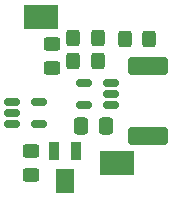
<source format=gbr>
%TF.GenerationSoftware,KiCad,Pcbnew,(6.0.1)*%
%TF.CreationDate,2024-03-24T12:18:52+01:00*%
%TF.ProjectId,Linterna_MT340L_V2,4c696e74-6572-46e6-915f-4d543334304c,rev?*%
%TF.SameCoordinates,Original*%
%TF.FileFunction,Paste,Top*%
%TF.FilePolarity,Positive*%
%FSLAX46Y46*%
G04 Gerber Fmt 4.6, Leading zero omitted, Abs format (unit mm)*
G04 Created by KiCad (PCBNEW (6.0.1)) date 2024-03-24 12:18:52*
%MOMM*%
%LPD*%
G01*
G04 APERTURE LIST*
G04 Aperture macros list*
%AMRoundRect*
0 Rectangle with rounded corners*
0 $1 Rounding radius*
0 $2 $3 $4 $5 $6 $7 $8 $9 X,Y pos of 4 corners*
0 Add a 4 corners polygon primitive as box body*
4,1,4,$2,$3,$4,$5,$6,$7,$8,$9,$2,$3,0*
0 Add four circle primitives for the rounded corners*
1,1,$1+$1,$2,$3*
1,1,$1+$1,$4,$5*
1,1,$1+$1,$6,$7*
1,1,$1+$1,$8,$9*
0 Add four rect primitives between the rounded corners*
20,1,$1+$1,$2,$3,$4,$5,0*
20,1,$1+$1,$4,$5,$6,$7,0*
20,1,$1+$1,$6,$7,$8,$9,0*
20,1,$1+$1,$8,$9,$2,$3,0*%
G04 Aperture macros list end*
%ADD10RoundRect,0.250000X-0.325000X-0.450000X0.325000X-0.450000X0.325000X0.450000X-0.325000X0.450000X0*%
%ADD11R,0.939800X1.549400*%
%ADD12R,1.498600X2.133600*%
%ADD13RoundRect,0.249999X-1.425001X0.512501X-1.425001X-0.512501X1.425001X-0.512501X1.425001X0.512501X0*%
%ADD14R,3.000000X2.000000*%
%ADD15RoundRect,0.250000X0.325000X0.450000X-0.325000X0.450000X-0.325000X-0.450000X0.325000X-0.450000X0*%
%ADD16RoundRect,0.150000X0.512500X0.150000X-0.512500X0.150000X-0.512500X-0.150000X0.512500X-0.150000X0*%
%ADD17RoundRect,0.250000X-0.450000X0.325000X-0.450000X-0.325000X0.450000X-0.325000X0.450000X0.325000X0*%
%ADD18RoundRect,0.150000X-0.512500X-0.150000X0.512500X-0.150000X0.512500X0.150000X-0.512500X0.150000X0*%
%ADD19RoundRect,0.250000X0.337500X0.475000X-0.337500X0.475000X-0.337500X-0.475000X0.337500X-0.475000X0*%
G04 APERTURE END LIST*
D10*
%TO.C,C3*%
X149725000Y-95650000D03*
X151775000Y-95650000D03*
%TD*%
D11*
%TO.C,RV1*%
X149975000Y-105248500D03*
D12*
X149025000Y-107725000D03*
D11*
X148075000Y-105248500D03*
%TD*%
D13*
%TO.C,R6*%
X156050000Y-97987500D03*
X156050000Y-103962500D03*
%TD*%
D14*
%TO.C,-1*%
X146975000Y-93825000D03*
%TD*%
D10*
%TO.C,R3*%
X149725000Y-97550000D03*
X151775000Y-97550000D03*
%TD*%
D15*
%TO.C,R7*%
X156150000Y-95725000D03*
X154100000Y-95725000D03*
%TD*%
D16*
%TO.C,U3*%
X152862500Y-101325000D03*
X152862500Y-100375000D03*
X152862500Y-99425000D03*
X150587500Y-99425000D03*
X150587500Y-101325000D03*
%TD*%
D14*
%TO.C,+1*%
X153425000Y-106250000D03*
%TD*%
D17*
%TO.C,C4*%
X147900000Y-96150000D03*
X147900000Y-98200000D03*
%TD*%
%TO.C,C5*%
X146125000Y-105200000D03*
X146125000Y-107250000D03*
%TD*%
D18*
%TO.C,U4*%
X144512500Y-101050000D03*
X144512500Y-102000000D03*
X144512500Y-102950000D03*
X146787500Y-102950000D03*
X146787500Y-101050000D03*
%TD*%
D19*
%TO.C,C8*%
X152437500Y-103125000D03*
X150362500Y-103125000D03*
%TD*%
M02*

</source>
